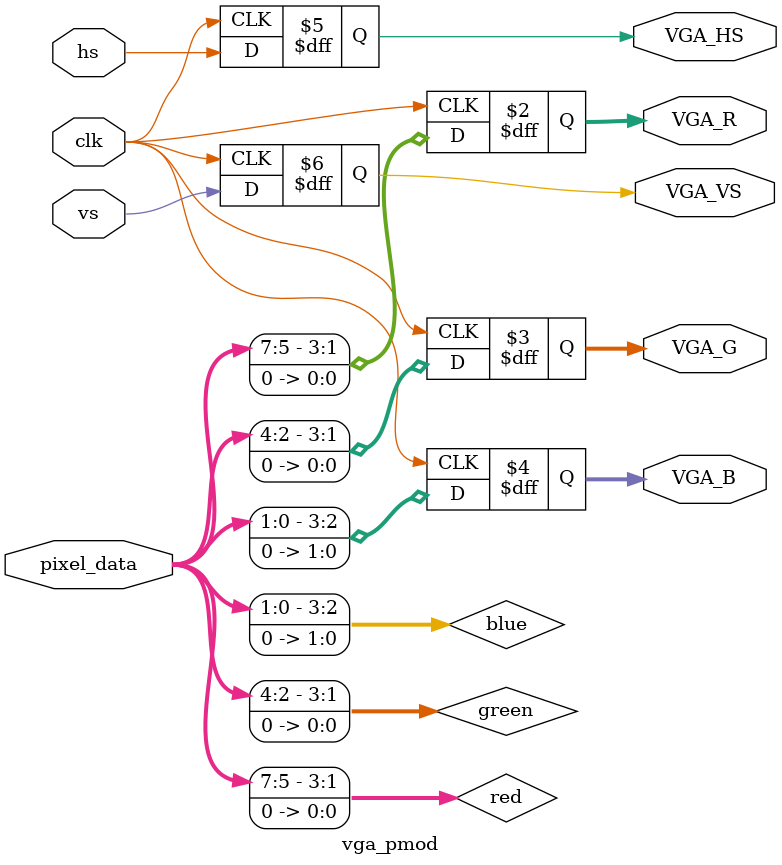
<source format=v>
`timescale 1ns / 1ps

module vga_pmod(
    input clk,
    input hs,
    input vs,
    input [7:0] pixel_data,
    output reg [3:0] VGA_R,
    output reg [3:0] VGA_G,
    output reg [3:0] VGA_B,
    output reg       VGA_HS,
    output reg       VGA_VS
    );

    wire [3:0] red;
    wire [3:0] green;
    wire [3:0] blue;
    
    assign red   = {pixel_data[7:5], 1'b0};
    assign green = {pixel_data[4:2], 1'b0};
    assign blue  = {pixel_data[1:0], 2'b0};

    // register outputs
    always @ (posedge clk) begin
        VGA_R <= red;
        VGA_G <= green;
        VGA_B <= blue;
        VGA_HS <= hs;
        VGA_VS <= vs;
    end

endmodule

</source>
